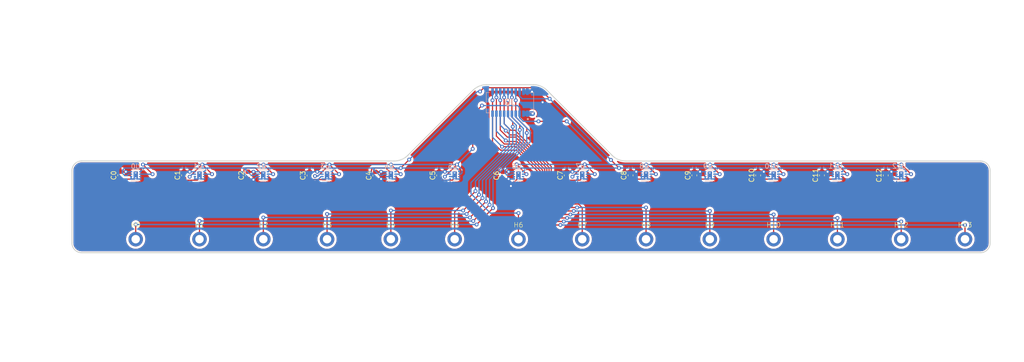
<source format=kicad_pcb>
(kicad_pcb
	(version 20240108)
	(generator "pcbnew")
	(generator_version "8.0")
	(general
		(thickness 2.866)
		(legacy_teardrops no)
	)
	(paper "A4")
	(layers
		(0 "F.Cu" signal)
		(1 "In1.Cu" signal)
		(2 "In2.Cu" signal)
		(31 "B.Cu" signal)
		(32 "B.Adhes" user "B.Adhesive")
		(33 "F.Adhes" user "F.Adhesive")
		(34 "B.Paste" user)
		(35 "F.Paste" user)
		(36 "B.SilkS" user "B.Silkscreen")
		(37 "F.SilkS" user "F.Silkscreen")
		(38 "B.Mask" user)
		(39 "F.Mask" user)
		(40 "Dwgs.User" user "User.Drawings")
		(41 "Cmts.User" user "User.Comments")
		(42 "Eco1.User" user "User.Eco1")
		(43 "Eco2.User" user "User.Eco2")
		(44 "Edge.Cuts" user)
		(45 "Margin" user)
		(46 "B.CrtYd" user "B.Courtyard")
		(47 "F.CrtYd" user "F.Courtyard")
		(48 "B.Fab" user)
		(49 "F.Fab" user)
		(50 "User.1" user)
		(51 "User.2" user)
		(52 "User.3" user)
		(53 "User.4" user)
		(54 "User.5" user)
		(55 "User.6" user)
		(56 "User.7" user)
		(57 "User.8" user)
		(58 "User.9" user)
	)
	(setup
		(stackup
			(layer "F.SilkS"
				(type "Top Silk Screen")
			)
			(layer "F.Paste"
				(type "Top Solder Paste")
			)
			(layer "F.Mask"
				(type "Top Solder Mask")
				(thickness 0.01)
			)
			(layer "F.Cu"
				(type "copper")
				(thickness 0.018)
			)
			(layer "dielectric 1"
				(type "prepreg")
				(thickness 0.188)
				(material "FR4")
				(epsilon_r 4.5)
				(loss_tangent 0.02)
			)
			(layer "In1.Cu"
				(type "copper")
				(thickness 0.035)
			)
			(layer "dielectric 2"
				(type "core")
				(thickness 2.364)
				(material "FR4")
				(epsilon_r 4.5)
				(loss_tangent 0.02)
			)
			(layer "In2.Cu"
				(type "copper")
				(thickness 0.035)
			)
			(layer "dielectric 3"
				(type "prepreg")
				(thickness 0.188)
				(material "FR4")
				(epsilon_r 4.5)
				(loss_tangent 0.02)
			)
			(layer "B.Cu"
				(type "copper")
				(thickness 0.018)
			)
			(layer "B.Mask"
				(type "Bottom Solder Mask")
				(thickness 0.01)
			)
			(layer "B.Paste"
				(type "Bottom Solder Paste")
			)
			(layer "B.SilkS"
				(type "Bottom Silk Screen")
			)
			(copper_finish "None")
			(dielectric_constraints no)
		)
		(pad_to_mask_clearance 0)
		(allow_soldermask_bridges_in_footprints no)
		(pcbplotparams
			(layerselection 0x00010fc_ffffffff)
			(plot_on_all_layers_selection 0x0000000_00000000)
			(disableapertmacros no)
			(usegerberextensions no)
			(usegerberattributes yes)
			(usegerberadvancedattributes yes)
			(creategerberjobfile yes)
			(dashed_line_dash_ratio 12.000000)
			(dashed_line_gap_ratio 3.000000)
			(svgprecision 4)
			(plotframeref no)
			(viasonmask no)
			(mode 1)
			(useauxorigin yes)
			(hpglpennumber 1)
			(hpglpenspeed 20)
			(hpglpendiameter 15.000000)
			(pdf_front_fp_property_popups yes)
			(pdf_back_fp_property_popups yes)
			(dxfpolygonmode yes)
			(dxfimperialunits yes)
			(dxfusepcbnewfont yes)
			(psnegative no)
			(psa4output no)
			(plotreference yes)
			(plotvalue yes)
			(plotfptext yes)
			(plotinvisibletext no)
			(sketchpadsonfab no)
			(subtractmaskfromsilk no)
			(outputformat 1)
			(mirror no)
			(drillshape 0)
			(scaleselection 1)
			(outputdirectory "./gerber")
		)
	)
	(net 0 "")
	(net 1 "GND")
	(net 2 "unconnected-(U3-ALERT-Pad3)")
	(net 3 "/SDA")
	(net 4 "+3V3")
	(net 5 "/SCL")
	(net 6 "unconnected-(U6-ALERT-Pad3)")
	(net 7 "unconnected-(U7-ALERT-Pad3)")
	(net 8 "unconnected-(U1-ALERT-Pad3)")
	(net 9 "unconnected-(U2-ALERT-Pad3)")
	(net 10 "unconnected-(U4-ALERT-Pad3)")
	(net 11 "unconnected-(U5-ALERT-Pad3)")
	(net 12 "unconnected-(U8-ALERT-Pad3)")
	(net 13 "unconnected-(U9-ALERT-Pad3)")
	(net 14 "unconnected-(U10-ALERT-Pad3)")
	(net 15 "unconnected-(U11-ALERT-Pad3)")
	(net 16 "unconnected-(U12-ALERT-Pad3)")
	(net 17 "Net-(J0-Pin_13)")
	(net 18 "Net-(J0-Pin_8)")
	(net 19 "Net-(J0-Pin_17)")
	(net 20 "Net-(J0-Pin_7)")
	(net 21 "Net-(J0-Pin_15)")
	(net 22 "Net-(J0-Pin_20)")
	(net 23 "Net-(J0-Pin_12)")
	(net 24 "Net-(J0-Pin_9)")
	(net 25 "Net-(J0-Pin_11)")
	(net 26 "Net-(J0-Pin_10)")
	(net 27 "Net-(J0-Pin_14)")
	(net 28 "Net-(J0-Pin_16)")
	(net 29 "Net-(J0-Pin_19)")
	(net 30 "Net-(J0-Pin_18)")
	(net 31 "unconnected-(U0-ALERT-Pad3)")
	(footprint "Capacitor_SMD:C_0603_1608Metric" (layer "F.Cu") (at 81.17 91.34 -90))
	(footprint "Capacitor_SMD:C_0603_1608Metric" (layer "F.Cu") (at 107.14 91.37 -90))
	(footprint "Capacitor_SMD:C_0603_1608Metric" (layer "F.Cu") (at 120.76 91.38 -90))
	(footprint "Capacitor_SMD:C_0603_1608Metric" (layer "F.Cu") (at 94.37 91.34 -90))
	(footprint "Capacitor_SMD:C_0603_1608Metric" (layer "F.Cu") (at 160.37 91.34 -90))
	(footprint "Capacitor_SMD:C_0603_1608Metric" (layer "F.Cu") (at 133.96 91.355 -90))
	(footprint "Capacitor_SMD:C_0603_1608Metric" (layer "F.Cu") (at 199.97 91.34 -90))
	(footprint "Capacitor_SMD:C_0603_1608Metric" (layer "F.Cu") (at 147.16 91.38 -90))
	(footprint "Capacitor_SMD:C_0603_1608Metric" (layer "F.Cu") (at 213.17 91.34 -90))
	(footprint "Capacitor_SMD:C_0603_1608Metric" (layer "F.Cu") (at 67.97 91.34 -90))
	(footprint "Capacitor_SMD:C_0603_1608Metric" (layer "F.Cu") (at 226.37 91.34 -90))
	(footprint "Capacitor_SMD:C_0603_1608Metric" (layer "F.Cu") (at 186.77 91.34 -90))
	(footprint "Capacitor_SMD:C_0603_1608Metric" (layer "F.Cu") (at 173.57 91.34 -90))
	(footprint "Package_SON:WSON-8-1EP_2x2mm_P0.5mm_EP0.9x1.6mm_ThermalVias" (layer "B.Cu") (at 163.57 91.34 180))
	(footprint "MV_Abnehmerplatine:0921-1-15-20-75-14-11-0" (layer "B.Cu") (at 176.77 104.56 180))
	(footprint "Package_SON:WSON-8-1EP_2x2mm_P0.5mm_EP0.9x1.6mm_ThermalVias" (layer "B.Cu") (at 110.77 91.34 180))
	(footprint "MV_Abnehmerplatine:0921-1-15-20-75-14-11-0" (layer "B.Cu") (at 123.97 104.54 180))
	(footprint "MV_Abnehmerplatine:0921-1-15-20-75-14-11-0" (layer "B.Cu") (at 84.369998 104.56 180))
	(footprint "Package_SON:WSON-8-1EP_2x2mm_P0.5mm_EP0.9x1.6mm_ThermalVias" (layer "B.Cu") (at 97.57 91.34 180))
	(footprint "MV_Abnehmerplatine:0921-1-15-20-75-14-11-0" (layer "B.Cu") (at 71.169998 104.56 180))
	(footprint "Package_SON:WSON-8-1EP_2x2mm_P0.5mm_EP0.9x1.6mm_ThermalVias" (layer "B.Cu") (at 203.17 91.34 180))
	(footprint "MV_Abnehmerplatine:533092070" (layer "B.Cu") (at 148.61 76.27))
	(footprint "Package_SON:WSON-8-1EP_2x2mm_P0.5mm_EP0.9x1.6mm_ThermalVias" (layer "B.Cu") (at 123.97 91.34 180))
	(footprint "Package_SON:WSON-8-1EP_2x2mm_P0.5mm_EP0.9x1.6mm_ThermalVias" (layer "B.Cu") (at 150.37 91.34 180))
	(footprint "MV_Abnehmerplatine:0921-1-15-20-75-14-11-0" (layer "B.Cu") (at 203.17 104.56 180))
	(footprint "MV_Abnehmerplatine:0921-1-15-20-75-14-11-0" (layer "B.Cu") (at 110.77 104.56 180))
	(footprint "Package_SON:WSON-8-1EP_2x2mm_P0.5mm_EP0.9x1.6mm_ThermalVias" (layer "B.Cu") (at 84.37 91.34 180))
	(footprint "MV_Abnehmerplatine:0921-1-15-20-75-14-11-0" (layer "B.Cu") (at 216.369998 104.56 180))
	(footprint "Package_SON:WSON-8-1EP_2x2mm_P0.5mm_EP0.9x1.6mm_ThermalVias" (layer "B.Cu") (at 229.57 91.34 180))
	(footprint "Package_SON:WSON-8-1EP_2x2mm_P0.5mm_EP0.9x1.6mm_ThermalVias" (layer "B.Cu") (at 176.77 91.34 180))
	(footprint "MV_Abnehmerplatine:0921-1-15-20-75-14-11-0" (layer "B.Cu") (at 189.97 104.55 180))
	(footprint "MV_Abnehmerplatine:0921-1-15-20-75-14-11-0" (layer "B.Cu") (at 97.58 104.55 180))
	(footprint "MV_Abnehmerplatine:0921-1-15-20-75-14-11-0" (layer "B.Cu") (at 242.77 104.56 180))
	(footprint "Package_SON:WSON-8-1EP_2x2mm_P0.5mm_EP0.9x1.6mm_ThermalVias" (layer "B.Cu") (at 137.17 91.34 180))
	(footprint "Package_SON:WSON-8-1EP_2x2mm_P0.5mm_EP0.9x1.6mm_ThermalVias" (layer "B.Cu") (at 216.37 91.34 180))
	(footprint "Package_SON:WSON-8-1EP_2x2mm_P0.5mm_EP0.9x1.6mm_ThermalVias" (layer "B.Cu") (at 189.97 91.34 180))
	(footprint "MV_Abnehmerplatine:0921-1-15-20-75-14-11-0" (layer "B.Cu") (at 229.569998 104.56 180))
	(footprint "Package_SON:WSON-8-1EP_2x2mm_P0.5mm_EP0.9x1.6mm_ThermalVias" (layer "B.Cu") (at 71.17 91.34 180))
	(footprint "MV_Abnehmerplatine:0921-1-15-20-75-14-11-0" (layer "B.Cu") (at 163.57 104.56 180))
	(footprint "MV_Abnehmerplatine:0921-1-15-20-75-14-11-0" (layer "B.Cu") (at 137.17 104.56 180))
	(footprint "MV_Abnehmerplatine:0921-1-15-20-75-14-11-0" (layer "B.Cu") (at 150.37 104.56 180))
	(gr_line
		(start 57.99 104.56)
		(end 247.98 104.56)
		(stroke
			(width 0.15)
			(type default)
		)
		(layer "Cmts.User")
		(uuid "38438b53-ef48-4f90-bf64-55d44d0f8cfa")
	)
	(gr_line
		(start 50 91.35)
		(end 250 91.35)
		(locked yes)
		(stroke
			(width 0.15)
			(type default)
		)
		(layer "Cmts.User")
		(uuid "5b92f1d5-eb1a-4bb5-ab42-c6270c34c2c5")
	)
	(gr_arc
		(start 57.989975 90.360025)
		(mid 58.575769 88.945794)
		(end 59.99 88.36)
		(stroke
			(width 0.2)
			(type default)
		)
		(layer "Edge.Cuts")
		(uuid "01611ba9-c006-4753-b609-f813f69ff543")
	)
	(gr_arc
		(start 172.588426 88.37)
		(mid 171.057692 88.065518)
		(end 169.76 87.198426)
		(stroke
			(width 0.2)
			(type default)
		
... [728537 chars truncated]
</source>
